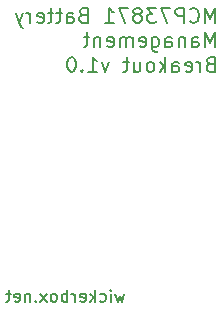
<source format=gbo>
%TF.GenerationSoftware,KiCad,Pcbnew,4.0.5-e0-6337~49~ubuntu16.04.1*%
%TF.CreationDate,2017-07-20T10:50:06-07:00*%
%TF.ProjectId,mcp73871-battery-mgmt-breakout,6D637037333837312D62617474657279,1.0*%
%TF.FileFunction,Legend,Bot*%
%FSLAX46Y46*%
G04 Gerber Fmt 4.6, Leading zero omitted, Abs format (unit mm)*
G04 Created by KiCad (PCBNEW 4.0.5-e0-6337~49~ubuntu16.04.1) date Thu Jul 20 10:50:06 2017*
%MOMM*%
%LPD*%
G01*
G04 APERTURE LIST*
%ADD10C,0.350000*%
%ADD11C,0.152400*%
%ADD12C,0.203200*%
%ADD13C,1.352400*%
%ADD14R,2.184400X1.879600*%
%ADD15O,2.184400X1.879600*%
G04 APERTURE END LIST*
D10*
D11*
X133507237Y-99604286D02*
X133313713Y-100281619D01*
X133120190Y-99797810D01*
X132926666Y-100281619D01*
X132733142Y-99604286D01*
X132346094Y-100281619D02*
X132346094Y-99604286D01*
X132346094Y-99265619D02*
X132394475Y-99314000D01*
X132346094Y-99362381D01*
X132297713Y-99314000D01*
X132346094Y-99265619D01*
X132346094Y-99362381D01*
X131426856Y-100233238D02*
X131523618Y-100281619D01*
X131717141Y-100281619D01*
X131813903Y-100233238D01*
X131862284Y-100184857D01*
X131910665Y-100088095D01*
X131910665Y-99797810D01*
X131862284Y-99701048D01*
X131813903Y-99652667D01*
X131717141Y-99604286D01*
X131523618Y-99604286D01*
X131426856Y-99652667D01*
X130991427Y-100281619D02*
X130991427Y-99265619D01*
X130894665Y-99894571D02*
X130604380Y-100281619D01*
X130604380Y-99604286D02*
X130991427Y-99991333D01*
X129781904Y-100233238D02*
X129878666Y-100281619D01*
X130072189Y-100281619D01*
X130168951Y-100233238D01*
X130217332Y-100136476D01*
X130217332Y-99749429D01*
X130168951Y-99652667D01*
X130072189Y-99604286D01*
X129878666Y-99604286D01*
X129781904Y-99652667D01*
X129733523Y-99749429D01*
X129733523Y-99846190D01*
X130217332Y-99942952D01*
X129298094Y-100281619D02*
X129298094Y-99604286D01*
X129298094Y-99797810D02*
X129249713Y-99701048D01*
X129201332Y-99652667D01*
X129104570Y-99604286D01*
X129007809Y-99604286D01*
X128669142Y-100281619D02*
X128669142Y-99265619D01*
X128669142Y-99652667D02*
X128572380Y-99604286D01*
X128378857Y-99604286D01*
X128282095Y-99652667D01*
X128233714Y-99701048D01*
X128185333Y-99797810D01*
X128185333Y-100088095D01*
X128233714Y-100184857D01*
X128282095Y-100233238D01*
X128378857Y-100281619D01*
X128572380Y-100281619D01*
X128669142Y-100233238D01*
X127604761Y-100281619D02*
X127701523Y-100233238D01*
X127749904Y-100184857D01*
X127798285Y-100088095D01*
X127798285Y-99797810D01*
X127749904Y-99701048D01*
X127701523Y-99652667D01*
X127604761Y-99604286D01*
X127459619Y-99604286D01*
X127362857Y-99652667D01*
X127314476Y-99701048D01*
X127266095Y-99797810D01*
X127266095Y-100088095D01*
X127314476Y-100184857D01*
X127362857Y-100233238D01*
X127459619Y-100281619D01*
X127604761Y-100281619D01*
X126927428Y-100281619D02*
X126395238Y-99604286D01*
X126927428Y-99604286D02*
X126395238Y-100281619D01*
X126008190Y-100184857D02*
X125959809Y-100233238D01*
X126008190Y-100281619D01*
X126056571Y-100233238D01*
X126008190Y-100184857D01*
X126008190Y-100281619D01*
X125524380Y-99604286D02*
X125524380Y-100281619D01*
X125524380Y-99701048D02*
X125475999Y-99652667D01*
X125379237Y-99604286D01*
X125234095Y-99604286D01*
X125137333Y-99652667D01*
X125088952Y-99749429D01*
X125088952Y-100281619D01*
X124218095Y-100233238D02*
X124314857Y-100281619D01*
X124508380Y-100281619D01*
X124605142Y-100233238D01*
X124653523Y-100136476D01*
X124653523Y-99749429D01*
X124605142Y-99652667D01*
X124508380Y-99604286D01*
X124314857Y-99604286D01*
X124218095Y-99652667D01*
X124169714Y-99749429D01*
X124169714Y-99846190D01*
X124653523Y-99942952D01*
X123879428Y-99604286D02*
X123492380Y-99604286D01*
X123734285Y-99265619D02*
X123734285Y-100136476D01*
X123685904Y-100233238D01*
X123589142Y-100281619D01*
X123492380Y-100281619D01*
D12*
X141181667Y-76661433D02*
X141181667Y-75416833D01*
X140766800Y-76305833D01*
X140351933Y-75416833D01*
X140351933Y-76661433D01*
X139048067Y-76542900D02*
X139107333Y-76602167D01*
X139285133Y-76661433D01*
X139403667Y-76661433D01*
X139581467Y-76602167D01*
X139700000Y-76483633D01*
X139759267Y-76365100D01*
X139818533Y-76128033D01*
X139818533Y-75950233D01*
X139759267Y-75713167D01*
X139700000Y-75594633D01*
X139581467Y-75476100D01*
X139403667Y-75416833D01*
X139285133Y-75416833D01*
X139107333Y-75476100D01*
X139048067Y-75535367D01*
X138514667Y-76661433D02*
X138514667Y-75416833D01*
X138040533Y-75416833D01*
X137922000Y-75476100D01*
X137862733Y-75535367D01*
X137803467Y-75653900D01*
X137803467Y-75831700D01*
X137862733Y-75950233D01*
X137922000Y-76009500D01*
X138040533Y-76068767D01*
X138514667Y-76068767D01*
X137388600Y-75416833D02*
X136558867Y-75416833D01*
X137092267Y-76661433D01*
X136203267Y-75416833D02*
X135432800Y-75416833D01*
X135847667Y-75890967D01*
X135669867Y-75890967D01*
X135551334Y-75950233D01*
X135492067Y-76009500D01*
X135432800Y-76128033D01*
X135432800Y-76424367D01*
X135492067Y-76542900D01*
X135551334Y-76602167D01*
X135669867Y-76661433D01*
X136025467Y-76661433D01*
X136144000Y-76602167D01*
X136203267Y-76542900D01*
X134721601Y-75950233D02*
X134840134Y-75890967D01*
X134899401Y-75831700D01*
X134958667Y-75713167D01*
X134958667Y-75653900D01*
X134899401Y-75535367D01*
X134840134Y-75476100D01*
X134721601Y-75416833D01*
X134484534Y-75416833D01*
X134366001Y-75476100D01*
X134306734Y-75535367D01*
X134247467Y-75653900D01*
X134247467Y-75713167D01*
X134306734Y-75831700D01*
X134366001Y-75890967D01*
X134484534Y-75950233D01*
X134721601Y-75950233D01*
X134840134Y-76009500D01*
X134899401Y-76068767D01*
X134958667Y-76187300D01*
X134958667Y-76424367D01*
X134899401Y-76542900D01*
X134840134Y-76602167D01*
X134721601Y-76661433D01*
X134484534Y-76661433D01*
X134366001Y-76602167D01*
X134306734Y-76542900D01*
X134247467Y-76424367D01*
X134247467Y-76187300D01*
X134306734Y-76068767D01*
X134366001Y-76009500D01*
X134484534Y-75950233D01*
X133832601Y-75416833D02*
X133002868Y-75416833D01*
X133536268Y-76661433D01*
X131876801Y-76661433D02*
X132588001Y-76661433D01*
X132232401Y-76661433D02*
X132232401Y-75416833D01*
X132350935Y-75594633D01*
X132469468Y-75713167D01*
X132588001Y-75772433D01*
X129980268Y-76009500D02*
X129802468Y-76068767D01*
X129743201Y-76128033D01*
X129683935Y-76246567D01*
X129683935Y-76424367D01*
X129743201Y-76542900D01*
X129802468Y-76602167D01*
X129921001Y-76661433D01*
X130395135Y-76661433D01*
X130395135Y-75416833D01*
X129980268Y-75416833D01*
X129861735Y-75476100D01*
X129802468Y-75535367D01*
X129743201Y-75653900D01*
X129743201Y-75772433D01*
X129802468Y-75890967D01*
X129861735Y-75950233D01*
X129980268Y-76009500D01*
X130395135Y-76009500D01*
X128617135Y-76661433D02*
X128617135Y-76009500D01*
X128676401Y-75890967D01*
X128794935Y-75831700D01*
X129032001Y-75831700D01*
X129150535Y-75890967D01*
X128617135Y-76602167D02*
X128735668Y-76661433D01*
X129032001Y-76661433D01*
X129150535Y-76602167D01*
X129209801Y-76483633D01*
X129209801Y-76365100D01*
X129150535Y-76246567D01*
X129032001Y-76187300D01*
X128735668Y-76187300D01*
X128617135Y-76128033D01*
X128202268Y-75831700D02*
X127728134Y-75831700D01*
X128024468Y-75416833D02*
X128024468Y-76483633D01*
X127965201Y-76602167D01*
X127846668Y-76661433D01*
X127728134Y-76661433D01*
X127491068Y-75831700D02*
X127016934Y-75831700D01*
X127313268Y-75416833D02*
X127313268Y-76483633D01*
X127254001Y-76602167D01*
X127135468Y-76661433D01*
X127016934Y-76661433D01*
X126127934Y-76602167D02*
X126246468Y-76661433D01*
X126483534Y-76661433D01*
X126602068Y-76602167D01*
X126661334Y-76483633D01*
X126661334Y-76009500D01*
X126602068Y-75890967D01*
X126483534Y-75831700D01*
X126246468Y-75831700D01*
X126127934Y-75890967D01*
X126068668Y-76009500D01*
X126068668Y-76128033D01*
X126661334Y-76246567D01*
X125535268Y-76661433D02*
X125535268Y-75831700D01*
X125535268Y-76068767D02*
X125476001Y-75950233D01*
X125416734Y-75890967D01*
X125298201Y-75831700D01*
X125179668Y-75831700D01*
X124883334Y-75831700D02*
X124587001Y-76661433D01*
X124290667Y-75831700D02*
X124587001Y-76661433D01*
X124705534Y-76957767D01*
X124764801Y-77017033D01*
X124883334Y-77076300D01*
X141181667Y-78731533D02*
X141181667Y-77486933D01*
X140766800Y-78375933D01*
X140351933Y-77486933D01*
X140351933Y-78731533D01*
X139225867Y-78731533D02*
X139225867Y-78079600D01*
X139285133Y-77961067D01*
X139403667Y-77901800D01*
X139640733Y-77901800D01*
X139759267Y-77961067D01*
X139225867Y-78672267D02*
X139344400Y-78731533D01*
X139640733Y-78731533D01*
X139759267Y-78672267D01*
X139818533Y-78553733D01*
X139818533Y-78435200D01*
X139759267Y-78316667D01*
X139640733Y-78257400D01*
X139344400Y-78257400D01*
X139225867Y-78198133D01*
X138633200Y-77901800D02*
X138633200Y-78731533D01*
X138633200Y-78020333D02*
X138573933Y-77961067D01*
X138455400Y-77901800D01*
X138277600Y-77901800D01*
X138159066Y-77961067D01*
X138099800Y-78079600D01*
X138099800Y-78731533D01*
X136973733Y-78731533D02*
X136973733Y-78079600D01*
X137032999Y-77961067D01*
X137151533Y-77901800D01*
X137388599Y-77901800D01*
X137507133Y-77961067D01*
X136973733Y-78672267D02*
X137092266Y-78731533D01*
X137388599Y-78731533D01*
X137507133Y-78672267D01*
X137566399Y-78553733D01*
X137566399Y-78435200D01*
X137507133Y-78316667D01*
X137388599Y-78257400D01*
X137092266Y-78257400D01*
X136973733Y-78198133D01*
X135847666Y-77901800D02*
X135847666Y-78909333D01*
X135906932Y-79027867D01*
X135966199Y-79087133D01*
X136084732Y-79146400D01*
X136262532Y-79146400D01*
X136381066Y-79087133D01*
X135847666Y-78672267D02*
X135966199Y-78731533D01*
X136203266Y-78731533D01*
X136321799Y-78672267D01*
X136381066Y-78613000D01*
X136440332Y-78494467D01*
X136440332Y-78138867D01*
X136381066Y-78020333D01*
X136321799Y-77961067D01*
X136203266Y-77901800D01*
X135966199Y-77901800D01*
X135847666Y-77961067D01*
X134780865Y-78672267D02*
X134899399Y-78731533D01*
X135136465Y-78731533D01*
X135254999Y-78672267D01*
X135314265Y-78553733D01*
X135314265Y-78079600D01*
X135254999Y-77961067D01*
X135136465Y-77901800D01*
X134899399Y-77901800D01*
X134780865Y-77961067D01*
X134721599Y-78079600D01*
X134721599Y-78198133D01*
X135314265Y-78316667D01*
X134188199Y-78731533D02*
X134188199Y-77901800D01*
X134188199Y-78020333D02*
X134128932Y-77961067D01*
X134010399Y-77901800D01*
X133832599Y-77901800D01*
X133714065Y-77961067D01*
X133654799Y-78079600D01*
X133654799Y-78731533D01*
X133654799Y-78079600D02*
X133595532Y-77961067D01*
X133476999Y-77901800D01*
X133299199Y-77901800D01*
X133180665Y-77961067D01*
X133121399Y-78079600D01*
X133121399Y-78731533D01*
X132054598Y-78672267D02*
X132173132Y-78731533D01*
X132410198Y-78731533D01*
X132528732Y-78672267D01*
X132587998Y-78553733D01*
X132587998Y-78079600D01*
X132528732Y-77961067D01*
X132410198Y-77901800D01*
X132173132Y-77901800D01*
X132054598Y-77961067D01*
X131995332Y-78079600D01*
X131995332Y-78198133D01*
X132587998Y-78316667D01*
X131461932Y-77901800D02*
X131461932Y-78731533D01*
X131461932Y-78020333D02*
X131402665Y-77961067D01*
X131284132Y-77901800D01*
X131106332Y-77901800D01*
X130987798Y-77961067D01*
X130928532Y-78079600D01*
X130928532Y-78731533D01*
X130513665Y-77901800D02*
X130039531Y-77901800D01*
X130335865Y-77486933D02*
X130335865Y-78553733D01*
X130276598Y-78672267D01*
X130158065Y-78731533D01*
X130039531Y-78731533D01*
X140766800Y-80149700D02*
X140589000Y-80208967D01*
X140529733Y-80268233D01*
X140470467Y-80386767D01*
X140470467Y-80564567D01*
X140529733Y-80683100D01*
X140589000Y-80742367D01*
X140707533Y-80801633D01*
X141181667Y-80801633D01*
X141181667Y-79557033D01*
X140766800Y-79557033D01*
X140648267Y-79616300D01*
X140589000Y-79675567D01*
X140529733Y-79794100D01*
X140529733Y-79912633D01*
X140589000Y-80031167D01*
X140648267Y-80090433D01*
X140766800Y-80149700D01*
X141181667Y-80149700D01*
X139937067Y-80801633D02*
X139937067Y-79971900D01*
X139937067Y-80208967D02*
X139877800Y-80090433D01*
X139818533Y-80031167D01*
X139700000Y-79971900D01*
X139581467Y-79971900D01*
X138692466Y-80742367D02*
X138811000Y-80801633D01*
X139048066Y-80801633D01*
X139166600Y-80742367D01*
X139225866Y-80623833D01*
X139225866Y-80149700D01*
X139166600Y-80031167D01*
X139048066Y-79971900D01*
X138811000Y-79971900D01*
X138692466Y-80031167D01*
X138633200Y-80149700D01*
X138633200Y-80268233D01*
X139225866Y-80386767D01*
X137566400Y-80801633D02*
X137566400Y-80149700D01*
X137625666Y-80031167D01*
X137744200Y-79971900D01*
X137981266Y-79971900D01*
X138099800Y-80031167D01*
X137566400Y-80742367D02*
X137684933Y-80801633D01*
X137981266Y-80801633D01*
X138099800Y-80742367D01*
X138159066Y-80623833D01*
X138159066Y-80505300D01*
X138099800Y-80386767D01*
X137981266Y-80327500D01*
X137684933Y-80327500D01*
X137566400Y-80268233D01*
X136973733Y-80801633D02*
X136973733Y-79557033D01*
X136855199Y-80327500D02*
X136499599Y-80801633D01*
X136499599Y-79971900D02*
X136973733Y-80446033D01*
X135788400Y-80801633D02*
X135906933Y-80742367D01*
X135966200Y-80683100D01*
X136025466Y-80564567D01*
X136025466Y-80208967D01*
X135966200Y-80090433D01*
X135906933Y-80031167D01*
X135788400Y-79971900D01*
X135610600Y-79971900D01*
X135492066Y-80031167D01*
X135432800Y-80090433D01*
X135373533Y-80208967D01*
X135373533Y-80564567D01*
X135432800Y-80683100D01*
X135492066Y-80742367D01*
X135610600Y-80801633D01*
X135788400Y-80801633D01*
X134306733Y-79971900D02*
X134306733Y-80801633D01*
X134840133Y-79971900D02*
X134840133Y-80623833D01*
X134780866Y-80742367D01*
X134662333Y-80801633D01*
X134484533Y-80801633D01*
X134365999Y-80742367D01*
X134306733Y-80683100D01*
X133891866Y-79971900D02*
X133417732Y-79971900D01*
X133714066Y-79557033D02*
X133714066Y-80623833D01*
X133654799Y-80742367D01*
X133536266Y-80801633D01*
X133417732Y-80801633D01*
X132173132Y-79971900D02*
X131876799Y-80801633D01*
X131580465Y-79971900D01*
X130454398Y-80801633D02*
X131165598Y-80801633D01*
X130809998Y-80801633D02*
X130809998Y-79557033D01*
X130928532Y-79734833D01*
X131047065Y-79853367D01*
X131165598Y-79912633D01*
X129920999Y-80683100D02*
X129861732Y-80742367D01*
X129920999Y-80801633D01*
X129980265Y-80742367D01*
X129920999Y-80683100D01*
X129920999Y-80801633D01*
X129091265Y-79557033D02*
X128972732Y-79557033D01*
X128854198Y-79616300D01*
X128794932Y-79675567D01*
X128735665Y-79794100D01*
X128676398Y-80031167D01*
X128676398Y-80327500D01*
X128735665Y-80564567D01*
X128794932Y-80683100D01*
X128854198Y-80742367D01*
X128972732Y-80801633D01*
X129091265Y-80801633D01*
X129209798Y-80742367D01*
X129269065Y-80683100D01*
X129328332Y-80564567D01*
X129387598Y-80327500D01*
X129387598Y-80031167D01*
X129328332Y-79794100D01*
X129269065Y-79675567D01*
X129209798Y-79616300D01*
X129091265Y-79557033D01*
%LPC*%
D13*
X122750836Y-75356234D03*
X115650836Y-75356234D03*
D14*
X116840000Y-83820000D03*
D15*
X116840000Y-86360000D03*
X116840000Y-88900000D03*
X116840000Y-91440000D03*
X116840000Y-93980000D03*
X116840000Y-96520000D03*
X116840000Y-99060000D03*
D14*
X139700000Y-83820000D03*
D15*
X139700000Y-86360000D03*
X139700000Y-88900000D03*
X139700000Y-91440000D03*
X139700000Y-93980000D03*
X139700000Y-96520000D03*
X139700000Y-99060000D03*
M02*

</source>
